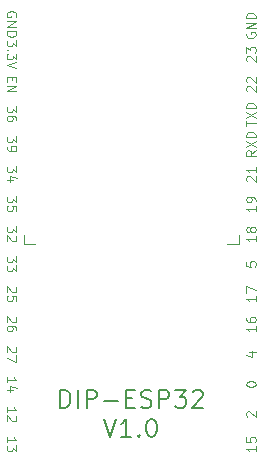
<source format=gto>
G04 #@! TF.GenerationSoftware,KiCad,Pcbnew,(5.1.10-1-10_14)*
G04 #@! TF.CreationDate,2021-12-01T23:11:49+09:00*
G04 #@! TF.ProjectId,DIP-ESP32,4449502d-4553-4503-9332-2e6b69636164,V1.0*
G04 #@! TF.SameCoordinates,Original*
G04 #@! TF.FileFunction,Legend,Top*
G04 #@! TF.FilePolarity,Positive*
%FSLAX46Y46*%
G04 Gerber Fmt 4.6, Leading zero omitted, Abs format (unit mm)*
G04 Created by KiCad (PCBNEW (5.1.10-1-10_14)) date 2021-12-01 23:11:49*
%MOMM*%
%LPD*%
G01*
G04 APERTURE LIST*
%ADD10C,0.120000*%
%ADD11C,0.200000*%
G04 APERTURE END LIST*
D10*
X9760000Y-2006523D02*
X9721904Y-2082714D01*
X9721904Y-2197000D01*
X9760000Y-2311285D01*
X9836190Y-2387476D01*
X9912380Y-2425571D01*
X10064761Y-2463666D01*
X10179047Y-2463666D01*
X10331428Y-2425571D01*
X10407619Y-2387476D01*
X10483809Y-2311285D01*
X10521904Y-2197000D01*
X10521904Y-2120809D01*
X10483809Y-2006523D01*
X10445714Y-1968428D01*
X10179047Y-1968428D01*
X10179047Y-2120809D01*
X10521904Y-1625571D02*
X9721904Y-1625571D01*
X10521904Y-1168428D01*
X9721904Y-1168428D01*
X10521904Y-787476D02*
X9721904Y-787476D01*
X9721904Y-597000D01*
X9760000Y-482714D01*
X9836190Y-406523D01*
X9912380Y-368428D01*
X10064761Y-330333D01*
X10179047Y-330333D01*
X10331428Y-368428D01*
X10407619Y-406523D01*
X10483809Y-482714D01*
X10521904Y-597000D01*
X10521904Y-787476D01*
X9798095Y-4419523D02*
X9760000Y-4381428D01*
X9721904Y-4305238D01*
X9721904Y-4114761D01*
X9760000Y-4038571D01*
X9798095Y-4000476D01*
X9874285Y-3962380D01*
X9950476Y-3962380D01*
X10064761Y-4000476D01*
X10521904Y-4457619D01*
X10521904Y-3962380D01*
X9721904Y-3695714D02*
X9721904Y-3200476D01*
X10026666Y-3467142D01*
X10026666Y-3352857D01*
X10064761Y-3276666D01*
X10102857Y-3238571D01*
X10179047Y-3200476D01*
X10369523Y-3200476D01*
X10445714Y-3238571D01*
X10483809Y-3276666D01*
X10521904Y-3352857D01*
X10521904Y-3581428D01*
X10483809Y-3657619D01*
X10445714Y-3695714D01*
X9798095Y-6959523D02*
X9760000Y-6921428D01*
X9721904Y-6845238D01*
X9721904Y-6654761D01*
X9760000Y-6578571D01*
X9798095Y-6540476D01*
X9874285Y-6502380D01*
X9950476Y-6502380D01*
X10064761Y-6540476D01*
X10521904Y-6997619D01*
X10521904Y-6502380D01*
X9798095Y-6197619D02*
X9760000Y-6159523D01*
X9721904Y-6083333D01*
X9721904Y-5892857D01*
X9760000Y-5816666D01*
X9798095Y-5778571D01*
X9874285Y-5740476D01*
X9950476Y-5740476D01*
X10064761Y-5778571D01*
X10521904Y-6235714D01*
X10521904Y-5740476D01*
X9721904Y-9899523D02*
X9721904Y-9442380D01*
X10521904Y-9670952D02*
X9721904Y-9670952D01*
X9721904Y-9251904D02*
X10521904Y-8718571D01*
X9721904Y-8718571D02*
X10521904Y-9251904D01*
X10521904Y-8413809D02*
X9721904Y-8413809D01*
X9721904Y-8223333D01*
X9760000Y-8109047D01*
X9836190Y-8032857D01*
X9912380Y-7994761D01*
X10064761Y-7956666D01*
X10179047Y-7956666D01*
X10331428Y-7994761D01*
X10407619Y-8032857D01*
X10483809Y-8109047D01*
X10521904Y-8223333D01*
X10521904Y-8413809D01*
X10521904Y-11963333D02*
X10140952Y-12230000D01*
X10521904Y-12420476D02*
X9721904Y-12420476D01*
X9721904Y-12115714D01*
X9760000Y-12039523D01*
X9798095Y-12001428D01*
X9874285Y-11963333D01*
X9988571Y-11963333D01*
X10064761Y-12001428D01*
X10102857Y-12039523D01*
X10140952Y-12115714D01*
X10140952Y-12420476D01*
X9721904Y-11696666D02*
X10521904Y-11163333D01*
X9721904Y-11163333D02*
X10521904Y-11696666D01*
X10521904Y-10858571D02*
X9721904Y-10858571D01*
X9721904Y-10668095D01*
X9760000Y-10553809D01*
X9836190Y-10477619D01*
X9912380Y-10439523D01*
X10064761Y-10401428D01*
X10179047Y-10401428D01*
X10331428Y-10439523D01*
X10407619Y-10477619D01*
X10483809Y-10553809D01*
X10521904Y-10668095D01*
X10521904Y-10858571D01*
X9798095Y-14579523D02*
X9760000Y-14541428D01*
X9721904Y-14465238D01*
X9721904Y-14274761D01*
X9760000Y-14198571D01*
X9798095Y-14160476D01*
X9874285Y-14122380D01*
X9950476Y-14122380D01*
X10064761Y-14160476D01*
X10521904Y-14617619D01*
X10521904Y-14122380D01*
X10521904Y-13360476D02*
X10521904Y-13817619D01*
X10521904Y-13589047D02*
X9721904Y-13589047D01*
X9836190Y-13665238D01*
X9912380Y-13741428D01*
X9950476Y-13817619D01*
X10521904Y-16662380D02*
X10521904Y-17119523D01*
X10521904Y-16890952D02*
X9721904Y-16890952D01*
X9836190Y-16967142D01*
X9912380Y-17043333D01*
X9950476Y-17119523D01*
X10521904Y-16281428D02*
X10521904Y-16129047D01*
X10483809Y-16052857D01*
X10445714Y-16014761D01*
X10331428Y-15938571D01*
X10179047Y-15900476D01*
X9874285Y-15900476D01*
X9798095Y-15938571D01*
X9760000Y-15976666D01*
X9721904Y-16052857D01*
X9721904Y-16205238D01*
X9760000Y-16281428D01*
X9798095Y-16319523D01*
X9874285Y-16357619D01*
X10064761Y-16357619D01*
X10140952Y-16319523D01*
X10179047Y-16281428D01*
X10217142Y-16205238D01*
X10217142Y-16052857D01*
X10179047Y-15976666D01*
X10140952Y-15938571D01*
X10064761Y-15900476D01*
X10521904Y-19202380D02*
X10521904Y-19659523D01*
X10521904Y-19430952D02*
X9721904Y-19430952D01*
X9836190Y-19507142D01*
X9912380Y-19583333D01*
X9950476Y-19659523D01*
X10064761Y-18745238D02*
X10026666Y-18821428D01*
X9988571Y-18859523D01*
X9912380Y-18897619D01*
X9874285Y-18897619D01*
X9798095Y-18859523D01*
X9760000Y-18821428D01*
X9721904Y-18745238D01*
X9721904Y-18592857D01*
X9760000Y-18516666D01*
X9798095Y-18478571D01*
X9874285Y-18440476D01*
X9912380Y-18440476D01*
X9988571Y-18478571D01*
X10026666Y-18516666D01*
X10064761Y-18592857D01*
X10064761Y-18745238D01*
X10102857Y-18821428D01*
X10140952Y-18859523D01*
X10217142Y-18897619D01*
X10369523Y-18897619D01*
X10445714Y-18859523D01*
X10483809Y-18821428D01*
X10521904Y-18745238D01*
X10521904Y-18592857D01*
X10483809Y-18516666D01*
X10445714Y-18478571D01*
X10369523Y-18440476D01*
X10217142Y-18440476D01*
X10140952Y-18478571D01*
X10102857Y-18516666D01*
X10064761Y-18592857D01*
X9721904Y-21399523D02*
X9721904Y-21780476D01*
X10102857Y-21818571D01*
X10064761Y-21780476D01*
X10026666Y-21704285D01*
X10026666Y-21513809D01*
X10064761Y-21437619D01*
X10102857Y-21399523D01*
X10179047Y-21361428D01*
X10369523Y-21361428D01*
X10445714Y-21399523D01*
X10483809Y-21437619D01*
X10521904Y-21513809D01*
X10521904Y-21704285D01*
X10483809Y-21780476D01*
X10445714Y-21818571D01*
X10521904Y-24282380D02*
X10521904Y-24739523D01*
X10521904Y-24510952D02*
X9721904Y-24510952D01*
X9836190Y-24587142D01*
X9912380Y-24663333D01*
X9950476Y-24739523D01*
X9721904Y-24015714D02*
X9721904Y-23482380D01*
X10521904Y-23825238D01*
X10521904Y-26822380D02*
X10521904Y-27279523D01*
X10521904Y-27050952D02*
X9721904Y-27050952D01*
X9836190Y-27127142D01*
X9912380Y-27203333D01*
X9950476Y-27279523D01*
X9721904Y-26136666D02*
X9721904Y-26289047D01*
X9760000Y-26365238D01*
X9798095Y-26403333D01*
X9912380Y-26479523D01*
X10064761Y-26517619D01*
X10369523Y-26517619D01*
X10445714Y-26479523D01*
X10483809Y-26441428D01*
X10521904Y-26365238D01*
X10521904Y-26212857D01*
X10483809Y-26136666D01*
X10445714Y-26098571D01*
X10369523Y-26060476D01*
X10179047Y-26060476D01*
X10102857Y-26098571D01*
X10064761Y-26136666D01*
X10026666Y-26212857D01*
X10026666Y-26365238D01*
X10064761Y-26441428D01*
X10102857Y-26479523D01*
X10179047Y-26517619D01*
X9988571Y-29057619D02*
X10521904Y-29057619D01*
X9683809Y-29248095D02*
X10255238Y-29438571D01*
X10255238Y-28943333D01*
X9721904Y-31788095D02*
X9721904Y-31711904D01*
X9760000Y-31635714D01*
X9798095Y-31597619D01*
X9874285Y-31559523D01*
X10026666Y-31521428D01*
X10217142Y-31521428D01*
X10369523Y-31559523D01*
X10445714Y-31597619D01*
X10483809Y-31635714D01*
X10521904Y-31711904D01*
X10521904Y-31788095D01*
X10483809Y-31864285D01*
X10445714Y-31902380D01*
X10369523Y-31940476D01*
X10217142Y-31978571D01*
X10026666Y-31978571D01*
X9874285Y-31940476D01*
X9798095Y-31902380D01*
X9760000Y-31864285D01*
X9721904Y-31788095D01*
X9798095Y-34518571D02*
X9760000Y-34480476D01*
X9721904Y-34404285D01*
X9721904Y-34213809D01*
X9760000Y-34137619D01*
X9798095Y-34099523D01*
X9874285Y-34061428D01*
X9950476Y-34061428D01*
X10064761Y-34099523D01*
X10521904Y-34556666D01*
X10521904Y-34061428D01*
X10521904Y-36982380D02*
X10521904Y-37439523D01*
X10521904Y-37210952D02*
X9721904Y-37210952D01*
X9836190Y-37287142D01*
X9912380Y-37363333D01*
X9950476Y-37439523D01*
X9721904Y-36258571D02*
X9721904Y-36639523D01*
X10102857Y-36677619D01*
X10064761Y-36639523D01*
X10026666Y-36563333D01*
X10026666Y-36372857D01*
X10064761Y-36296666D01*
X10102857Y-36258571D01*
X10179047Y-36220476D01*
X10369523Y-36220476D01*
X10445714Y-36258571D01*
X10483809Y-36296666D01*
X10521904Y-36372857D01*
X10521904Y-36563333D01*
X10483809Y-36639523D01*
X10445714Y-36677619D01*
X-9760000Y-660476D02*
X-9721904Y-584285D01*
X-9721904Y-470000D01*
X-9760000Y-355714D01*
X-9836190Y-279523D01*
X-9912380Y-241428D01*
X-10064761Y-203333D01*
X-10179047Y-203333D01*
X-10331428Y-241428D01*
X-10407619Y-279523D01*
X-10483809Y-355714D01*
X-10521904Y-470000D01*
X-10521904Y-546190D01*
X-10483809Y-660476D01*
X-10445714Y-698571D01*
X-10179047Y-698571D01*
X-10179047Y-546190D01*
X-10521904Y-1041428D02*
X-9721904Y-1041428D01*
X-10521904Y-1498571D01*
X-9721904Y-1498571D01*
X-10521904Y-1879523D02*
X-9721904Y-1879523D01*
X-9721904Y-2070000D01*
X-9760000Y-2184285D01*
X-9836190Y-2260476D01*
X-9912380Y-2298571D01*
X-10064761Y-2336666D01*
X-10179047Y-2336666D01*
X-10331428Y-2298571D01*
X-10407619Y-2260476D01*
X-10483809Y-2184285D01*
X-10521904Y-2070000D01*
X-10521904Y-1879523D01*
X-9721904Y-2629047D02*
X-9721904Y-3124285D01*
X-10026666Y-2857619D01*
X-10026666Y-2971904D01*
X-10064761Y-3048095D01*
X-10102857Y-3086190D01*
X-10179047Y-3124285D01*
X-10369523Y-3124285D01*
X-10445714Y-3086190D01*
X-10483809Y-3048095D01*
X-10521904Y-2971904D01*
X-10521904Y-2743333D01*
X-10483809Y-2667142D01*
X-10445714Y-2629047D01*
X-10445714Y-3467142D02*
X-10483809Y-3505238D01*
X-10521904Y-3467142D01*
X-10483809Y-3429047D01*
X-10445714Y-3467142D01*
X-10521904Y-3467142D01*
X-9721904Y-3771904D02*
X-9721904Y-4267142D01*
X-10026666Y-4000476D01*
X-10026666Y-4114761D01*
X-10064761Y-4190952D01*
X-10102857Y-4229047D01*
X-10179047Y-4267142D01*
X-10369523Y-4267142D01*
X-10445714Y-4229047D01*
X-10483809Y-4190952D01*
X-10521904Y-4114761D01*
X-10521904Y-3886190D01*
X-10483809Y-3810000D01*
X-10445714Y-3771904D01*
X-9721904Y-4495714D02*
X-10521904Y-4762380D01*
X-9721904Y-5029047D01*
X-10102857Y-5759523D02*
X-10102857Y-6026190D01*
X-10521904Y-6140476D02*
X-10521904Y-5759523D01*
X-9721904Y-5759523D01*
X-9721904Y-6140476D01*
X-10521904Y-6483333D02*
X-9721904Y-6483333D01*
X-10521904Y-6940476D01*
X-9721904Y-6940476D01*
X-9721904Y-8242380D02*
X-9721904Y-8737619D01*
X-10026666Y-8470952D01*
X-10026666Y-8585238D01*
X-10064761Y-8661428D01*
X-10102857Y-8699523D01*
X-10179047Y-8737619D01*
X-10369523Y-8737619D01*
X-10445714Y-8699523D01*
X-10483809Y-8661428D01*
X-10521904Y-8585238D01*
X-10521904Y-8356666D01*
X-10483809Y-8280476D01*
X-10445714Y-8242380D01*
X-9721904Y-9423333D02*
X-9721904Y-9270952D01*
X-9760000Y-9194761D01*
X-9798095Y-9156666D01*
X-9912380Y-9080476D01*
X-10064761Y-9042380D01*
X-10369523Y-9042380D01*
X-10445714Y-9080476D01*
X-10483809Y-9118571D01*
X-10521904Y-9194761D01*
X-10521904Y-9347142D01*
X-10483809Y-9423333D01*
X-10445714Y-9461428D01*
X-10369523Y-9499523D01*
X-10179047Y-9499523D01*
X-10102857Y-9461428D01*
X-10064761Y-9423333D01*
X-10026666Y-9347142D01*
X-10026666Y-9194761D01*
X-10064761Y-9118571D01*
X-10102857Y-9080476D01*
X-10179047Y-9042380D01*
X-9721904Y-10782380D02*
X-9721904Y-11277619D01*
X-10026666Y-11010952D01*
X-10026666Y-11125238D01*
X-10064761Y-11201428D01*
X-10102857Y-11239523D01*
X-10179047Y-11277619D01*
X-10369523Y-11277619D01*
X-10445714Y-11239523D01*
X-10483809Y-11201428D01*
X-10521904Y-11125238D01*
X-10521904Y-10896666D01*
X-10483809Y-10820476D01*
X-10445714Y-10782380D01*
X-10521904Y-11658571D02*
X-10521904Y-11810952D01*
X-10483809Y-11887142D01*
X-10445714Y-11925238D01*
X-10331428Y-12001428D01*
X-10179047Y-12039523D01*
X-9874285Y-12039523D01*
X-9798095Y-12001428D01*
X-9760000Y-11963333D01*
X-9721904Y-11887142D01*
X-9721904Y-11734761D01*
X-9760000Y-11658571D01*
X-9798095Y-11620476D01*
X-9874285Y-11582380D01*
X-10064761Y-11582380D01*
X-10140952Y-11620476D01*
X-10179047Y-11658571D01*
X-10217142Y-11734761D01*
X-10217142Y-11887142D01*
X-10179047Y-11963333D01*
X-10140952Y-12001428D01*
X-10064761Y-12039523D01*
X-9721904Y-13322380D02*
X-9721904Y-13817619D01*
X-10026666Y-13550952D01*
X-10026666Y-13665238D01*
X-10064761Y-13741428D01*
X-10102857Y-13779523D01*
X-10179047Y-13817619D01*
X-10369523Y-13817619D01*
X-10445714Y-13779523D01*
X-10483809Y-13741428D01*
X-10521904Y-13665238D01*
X-10521904Y-13436666D01*
X-10483809Y-13360476D01*
X-10445714Y-13322380D01*
X-9988571Y-14503333D02*
X-10521904Y-14503333D01*
X-9683809Y-14312857D02*
X-10255238Y-14122380D01*
X-10255238Y-14617619D01*
X-9721904Y-15862380D02*
X-9721904Y-16357619D01*
X-10026666Y-16090952D01*
X-10026666Y-16205238D01*
X-10064761Y-16281428D01*
X-10102857Y-16319523D01*
X-10179047Y-16357619D01*
X-10369523Y-16357619D01*
X-10445714Y-16319523D01*
X-10483809Y-16281428D01*
X-10521904Y-16205238D01*
X-10521904Y-15976666D01*
X-10483809Y-15900476D01*
X-10445714Y-15862380D01*
X-9721904Y-17081428D02*
X-9721904Y-16700476D01*
X-10102857Y-16662380D01*
X-10064761Y-16700476D01*
X-10026666Y-16776666D01*
X-10026666Y-16967142D01*
X-10064761Y-17043333D01*
X-10102857Y-17081428D01*
X-10179047Y-17119523D01*
X-10369523Y-17119523D01*
X-10445714Y-17081428D01*
X-10483809Y-17043333D01*
X-10521904Y-16967142D01*
X-10521904Y-16776666D01*
X-10483809Y-16700476D01*
X-10445714Y-16662380D01*
X-9721904Y-18402380D02*
X-9721904Y-18897619D01*
X-10026666Y-18630952D01*
X-10026666Y-18745238D01*
X-10064761Y-18821428D01*
X-10102857Y-18859523D01*
X-10179047Y-18897619D01*
X-10369523Y-18897619D01*
X-10445714Y-18859523D01*
X-10483809Y-18821428D01*
X-10521904Y-18745238D01*
X-10521904Y-18516666D01*
X-10483809Y-18440476D01*
X-10445714Y-18402380D01*
X-9798095Y-19202380D02*
X-9760000Y-19240476D01*
X-9721904Y-19316666D01*
X-9721904Y-19507142D01*
X-9760000Y-19583333D01*
X-9798095Y-19621428D01*
X-9874285Y-19659523D01*
X-9950476Y-19659523D01*
X-10064761Y-19621428D01*
X-10521904Y-19164285D01*
X-10521904Y-19659523D01*
X-9721904Y-20942380D02*
X-9721904Y-21437619D01*
X-10026666Y-21170952D01*
X-10026666Y-21285238D01*
X-10064761Y-21361428D01*
X-10102857Y-21399523D01*
X-10179047Y-21437619D01*
X-10369523Y-21437619D01*
X-10445714Y-21399523D01*
X-10483809Y-21361428D01*
X-10521904Y-21285238D01*
X-10521904Y-21056666D01*
X-10483809Y-20980476D01*
X-10445714Y-20942380D01*
X-9721904Y-21704285D02*
X-9721904Y-22199523D01*
X-10026666Y-21932857D01*
X-10026666Y-22047142D01*
X-10064761Y-22123333D01*
X-10102857Y-22161428D01*
X-10179047Y-22199523D01*
X-10369523Y-22199523D01*
X-10445714Y-22161428D01*
X-10483809Y-22123333D01*
X-10521904Y-22047142D01*
X-10521904Y-21818571D01*
X-10483809Y-21742380D01*
X-10445714Y-21704285D01*
X-9798095Y-23520476D02*
X-9760000Y-23558571D01*
X-9721904Y-23634761D01*
X-9721904Y-23825238D01*
X-9760000Y-23901428D01*
X-9798095Y-23939523D01*
X-9874285Y-23977619D01*
X-9950476Y-23977619D01*
X-10064761Y-23939523D01*
X-10521904Y-23482380D01*
X-10521904Y-23977619D01*
X-9721904Y-24701428D02*
X-9721904Y-24320476D01*
X-10102857Y-24282380D01*
X-10064761Y-24320476D01*
X-10026666Y-24396666D01*
X-10026666Y-24587142D01*
X-10064761Y-24663333D01*
X-10102857Y-24701428D01*
X-10179047Y-24739523D01*
X-10369523Y-24739523D01*
X-10445714Y-24701428D01*
X-10483809Y-24663333D01*
X-10521904Y-24587142D01*
X-10521904Y-24396666D01*
X-10483809Y-24320476D01*
X-10445714Y-24282380D01*
X-9798095Y-26060476D02*
X-9760000Y-26098571D01*
X-9721904Y-26174761D01*
X-9721904Y-26365238D01*
X-9760000Y-26441428D01*
X-9798095Y-26479523D01*
X-9874285Y-26517619D01*
X-9950476Y-26517619D01*
X-10064761Y-26479523D01*
X-10521904Y-26022380D01*
X-10521904Y-26517619D01*
X-9721904Y-27203333D02*
X-9721904Y-27050952D01*
X-9760000Y-26974761D01*
X-9798095Y-26936666D01*
X-9912380Y-26860476D01*
X-10064761Y-26822380D01*
X-10369523Y-26822380D01*
X-10445714Y-26860476D01*
X-10483809Y-26898571D01*
X-10521904Y-26974761D01*
X-10521904Y-27127142D01*
X-10483809Y-27203333D01*
X-10445714Y-27241428D01*
X-10369523Y-27279523D01*
X-10179047Y-27279523D01*
X-10102857Y-27241428D01*
X-10064761Y-27203333D01*
X-10026666Y-27127142D01*
X-10026666Y-26974761D01*
X-10064761Y-26898571D01*
X-10102857Y-26860476D01*
X-10179047Y-26822380D01*
X-9798095Y-28600476D02*
X-9760000Y-28638571D01*
X-9721904Y-28714761D01*
X-9721904Y-28905238D01*
X-9760000Y-28981428D01*
X-9798095Y-29019523D01*
X-9874285Y-29057619D01*
X-9950476Y-29057619D01*
X-10064761Y-29019523D01*
X-10521904Y-28562380D01*
X-10521904Y-29057619D01*
X-9721904Y-29324285D02*
X-9721904Y-29857619D01*
X-10521904Y-29514761D01*
X-10521904Y-31597619D02*
X-10521904Y-31140476D01*
X-10521904Y-31369047D02*
X-9721904Y-31369047D01*
X-9836190Y-31292857D01*
X-9912380Y-31216666D01*
X-9950476Y-31140476D01*
X-9988571Y-32283333D02*
X-10521904Y-32283333D01*
X-9683809Y-32092857D02*
X-10255238Y-31902380D01*
X-10255238Y-32397619D01*
X-10521904Y-34137619D02*
X-10521904Y-33680476D01*
X-10521904Y-33909047D02*
X-9721904Y-33909047D01*
X-9836190Y-33832857D01*
X-9912380Y-33756666D01*
X-9950476Y-33680476D01*
X-9798095Y-34442380D02*
X-9760000Y-34480476D01*
X-9721904Y-34556666D01*
X-9721904Y-34747142D01*
X-9760000Y-34823333D01*
X-9798095Y-34861428D01*
X-9874285Y-34899523D01*
X-9950476Y-34899523D01*
X-10064761Y-34861428D01*
X-10521904Y-34404285D01*
X-10521904Y-34899523D01*
X-10521904Y-36677619D02*
X-10521904Y-36220476D01*
X-10521904Y-36449047D02*
X-9721904Y-36449047D01*
X-9836190Y-36372857D01*
X-9912380Y-36296666D01*
X-9950476Y-36220476D01*
X-9721904Y-36944285D02*
X-9721904Y-37439523D01*
X-10026666Y-37172857D01*
X-10026666Y-37287142D01*
X-10064761Y-37363333D01*
X-10102857Y-37401428D01*
X-10179047Y-37439523D01*
X-10369523Y-37439523D01*
X-10445714Y-37401428D01*
X-10483809Y-37363333D01*
X-10521904Y-37287142D01*
X-10521904Y-37058571D01*
X-10483809Y-36982380D01*
X-10445714Y-36944285D01*
D11*
X-6000000Y-33743571D02*
X-6000000Y-32243571D01*
X-5642857Y-32243571D01*
X-5428571Y-32315000D01*
X-5285714Y-32457857D01*
X-5214285Y-32600714D01*
X-5142857Y-32886428D01*
X-5142857Y-33100714D01*
X-5214285Y-33386428D01*
X-5285714Y-33529285D01*
X-5428571Y-33672142D01*
X-5642857Y-33743571D01*
X-6000000Y-33743571D01*
X-4500000Y-33743571D02*
X-4500000Y-32243571D01*
X-3785714Y-33743571D02*
X-3785714Y-32243571D01*
X-3214285Y-32243571D01*
X-3071428Y-32315000D01*
X-3000000Y-32386428D01*
X-2928571Y-32529285D01*
X-2928571Y-32743571D01*
X-3000000Y-32886428D01*
X-3071428Y-32957857D01*
X-3214285Y-33029285D01*
X-3785714Y-33029285D01*
X-2285714Y-33172142D02*
X-1142857Y-33172142D01*
X-428571Y-32957857D02*
X71428Y-32957857D01*
X285714Y-33743571D02*
X-428571Y-33743571D01*
X-428571Y-32243571D01*
X285714Y-32243571D01*
X857142Y-33672142D02*
X1071428Y-33743571D01*
X1428571Y-33743571D01*
X1571428Y-33672142D01*
X1642857Y-33600714D01*
X1714285Y-33457857D01*
X1714285Y-33315000D01*
X1642857Y-33172142D01*
X1571428Y-33100714D01*
X1428571Y-33029285D01*
X1142857Y-32957857D01*
X999999Y-32886428D01*
X928571Y-32815000D01*
X857142Y-32672142D01*
X857142Y-32529285D01*
X928571Y-32386428D01*
X999999Y-32315000D01*
X1142857Y-32243571D01*
X1499999Y-32243571D01*
X1714285Y-32315000D01*
X2357142Y-33743571D02*
X2357142Y-32243571D01*
X2928571Y-32243571D01*
X3071428Y-32315000D01*
X3142857Y-32386428D01*
X3214285Y-32529285D01*
X3214285Y-32743571D01*
X3142857Y-32886428D01*
X3071428Y-32957857D01*
X2928571Y-33029285D01*
X2357142Y-33029285D01*
X3714285Y-32243571D02*
X4642857Y-32243571D01*
X4142857Y-32815000D01*
X4357142Y-32815000D01*
X4499999Y-32886428D01*
X4571428Y-32957857D01*
X4642857Y-33100714D01*
X4642857Y-33457857D01*
X4571428Y-33600714D01*
X4499999Y-33672142D01*
X4357142Y-33743571D01*
X3928571Y-33743571D01*
X3785714Y-33672142D01*
X3714285Y-33600714D01*
X5214285Y-32386428D02*
X5285714Y-32315000D01*
X5428571Y-32243571D01*
X5785714Y-32243571D01*
X5928571Y-32315000D01*
X5999999Y-32386428D01*
X6071428Y-32529285D01*
X6071428Y-32672142D01*
X5999999Y-32886428D01*
X5142857Y-33743571D01*
X6071428Y-33743571D01*
X-2285714Y-34693571D02*
X-1785714Y-36193571D01*
X-1285714Y-34693571D01*
X0Y-36193571D02*
X-857142Y-36193571D01*
X-428571Y-36193571D02*
X-428571Y-34693571D01*
X-571428Y-34907857D01*
X-714285Y-35050714D01*
X-857142Y-35122142D01*
X642857Y-36050714D02*
X714285Y-36122142D01*
X642857Y-36193571D01*
X571428Y-36122142D01*
X642857Y-36050714D01*
X642857Y-36193571D01*
X1642857Y-34693571D02*
X1785714Y-34693571D01*
X1928571Y-34765000D01*
X1999999Y-34836428D01*
X2071428Y-34979285D01*
X2142857Y-35265000D01*
X2142857Y-35622142D01*
X2071428Y-35907857D01*
X1999999Y-36050714D01*
X1928571Y-36122142D01*
X1785714Y-36193571D01*
X1642857Y-36193571D01*
X1499999Y-36122142D01*
X1428571Y-36050714D01*
X1357142Y-35907857D01*
X1285714Y-35622142D01*
X1285714Y-35265000D01*
X1357142Y-34979285D01*
X1428571Y-34836428D01*
X1499999Y-34765000D01*
X1642857Y-34693571D01*
D10*
X-9120000Y-19100000D02*
X-9120000Y-19880000D01*
X-9120000Y-19880000D02*
X-8120000Y-19880000D01*
X9120000Y-19100000D02*
X9120000Y-19880000D01*
X9120000Y-19880000D02*
X8120000Y-19880000D01*
M02*

</source>
